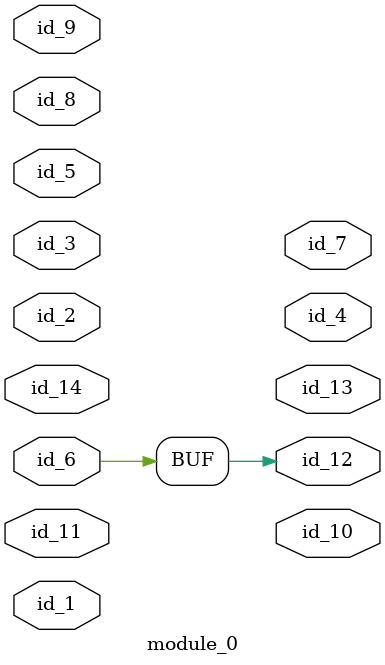
<source format=v>
module module_0 (
    id_1,
    id_2,
    id_3,
    id_4,
    id_5,
    id_6,
    id_7,
    id_8,
    id_9,
    id_10,
    id_11,
    id_12,
    id_13,
    id_14
);
  inout wire id_14;
  output wire id_13;
  output wire id_12;
  input wire id_11;
  output wire id_10;
  inout wire id_9;
  input wire id_8;
  output wire id_7;
  input wire id_6;
  inout wire id_5;
  output wire id_4;
  input wire id_3;
  inout wire id_2;
  input wire id_1;
  assign id_12 = id_6;
endmodule
module module_1;
  assign id_1 = id_1;
  module_0 modCall_1 (
      id_1,
      id_1,
      id_1,
      id_1,
      id_1,
      id_1,
      id_1,
      id_1,
      id_1,
      id_1,
      id_1,
      id_1,
      id_1,
      id_1
  );
endmodule

</source>
